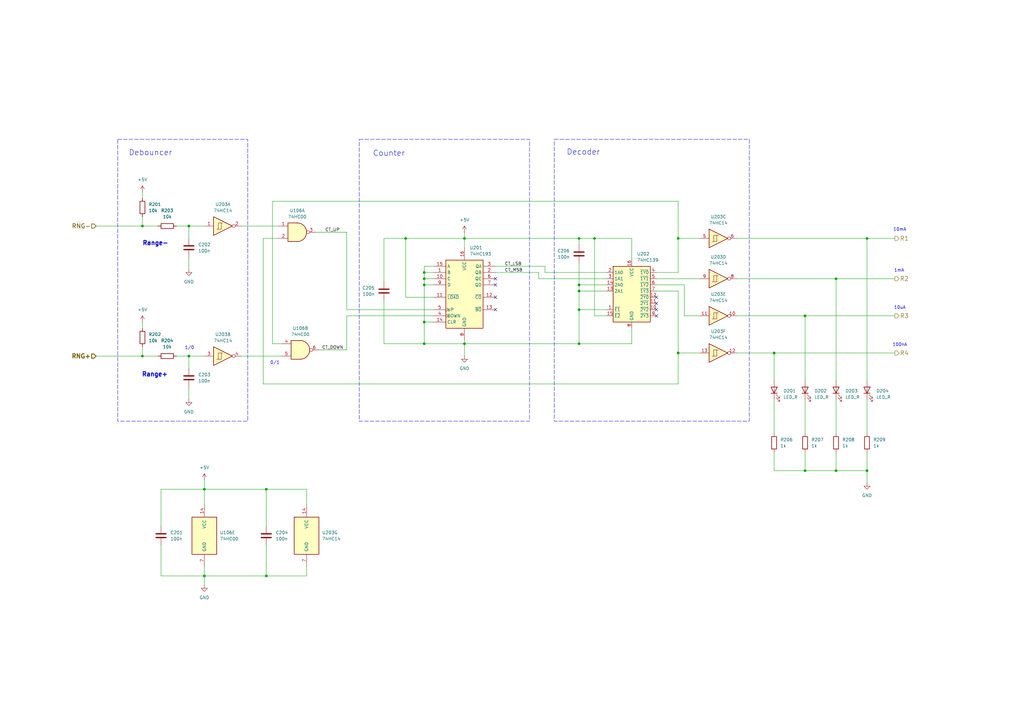
<source format=kicad_sch>
(kicad_sch (version 20250114) (generator "eeschema") (generator_version "9.0")
  (paper "A3")
  (lib_symbols
    (symbol "74xx:74HC00" (pin_names (offset 1.016))
      (property "Reference" "U" (at 0 1.27 0))
      (property "Value" "74HC00" (at 0 -1.27 0))
      (symbol "74HC00_1_1"
        (arc (start 0 3.81) (mid 3.7934 0) (end 0 -3.81) (stroke (width 0.254)) (fill (type background)))
        (polyline (pts (xy 0 3.81) (xy -3.81 3.81) (xy -3.81 -3.81) (xy 0 -3.81)) (stroke (width 0.254)) (fill (type background)))
        (pin input line (at -7.62 2.54 0) (length 3.81) (name "~") (number "1"))
        (pin input line (at -7.62 -2.54 0) (length 3.81) (name "~") (number "2"))
        (pin output inverted (at 7.62 0 180) (length 3.81) (name "~") (number "3"))
      )
      (symbol "74HC00_1_2"
        (arc (start -3.81 3.81) (mid -2.589 0) (end -3.81 -3.81) (stroke (width 0.254)))
        (polyline (pts (xy -3.81 3.81) (xy -0.635 3.81)) (stroke (width 0.254)) (fill (type background)))
        (polyline (pts (xy -3.81 -3.81) (xy -0.635 -3.81)) (stroke (width 0.254)) (fill (type background)))
        (arc (start 3.81 0) (mid 2.1855 -2.584) (end -0.6096 -3.81) (stroke (width 0.254)) (fill (type background)))
        (arc (start -0.6096 3.81) (mid 2.1928 2.5924) (end 3.81 0) (stroke (width 0.254)) (fill (type background)))
        (polyline (pts (xy -0.635 3.81) (xy -3.81 3.81) (xy -3.81 3.81) (xy -3.556 3.4036) (xy -3.0226 2.2606) (xy -2.6924 1.0414) (xy -2.6162 -0.254) (xy -2.7686 -1.4986) (xy -3.175 -2.7178) (xy -3.81 -3.81) (xy -3.81 -3.81) (xy -0.635 -3.81)) (stroke (width -25.4)) (fill (type background)))
        (pin input inverted (at -7.62 2.54 0) (length 4.318) (name "~") (number "1"))
        (pin input inverted (at -7.62 -2.54 0) (length 4.318) (name "~") (number "2"))
        (pin output line (at 7.62 0 180) (length 3.81) (name "~") (number "3"))
      )
      (symbol "74HC00_2_1"
        (arc (start 0 3.81) (mid 3.7934 0) (end 0 -3.81) (stroke (width 0.254)) (fill (type background)))
        (polyline (pts (xy 0 3.81) (xy -3.81 3.81) (xy -3.81 -3.81) (xy 0 -3.81)) (stroke (width 0.254)) (fill (type background)))
        (pin input line (at -7.62 2.54 0) (length 3.81) (name "~") (number "4"))
        (pin input line (at -7.62 -2.54 0) (length 3.81) (name "~") (number "5"))
        (pin output inverted (at 7.62 0 180) (length 3.81) (name "~") (number "6"))
      )
      (symbol "74HC00_2_2"
        (arc (start -3.81 3.81) (mid -2.589 0) (end -3.81 -3.81) (stroke (width 0.254)))
        (polyline (pts (xy -3.81 3.81) (xy -0.635 3.81)) (stroke (width 0.254)) (fill (type background)))
        (polyline (pts (xy -3.81 -3.81) (xy -0.635 -3.81)) (stroke (width 0.254)) (fill (type background)))
        (arc (start 3.81 0) (mid 2.1855 -2.584) (end -0.6096 -3.81) (stroke (width 0.254)) (fill (type background)))
        (arc (start -0.6096 3.81) (mid 2.1928 2.5924) (end 3.81 0) (stroke (width 0.254)) (fill (type background)))
        (polyline (pts (xy -0.635 3.81) (xy -3.81 3.81) (xy -3.81 3.81) (xy -3.556 3.4036) (xy -3.0226 2.2606) (xy -2.6924 1.0414) (xy -2.6162 -0.254) (xy -2.7686 -1.4986) (xy -3.175 -2.7178) (xy -3.81 -3.81) (xy -3.81 -3.81) (xy -0.635 -3.81)) (stroke (width -25.4)) (fill (type background)))
        (pin input inverted (at -7.62 2.54 0) (length 4.318) (name "~") (number "4"))
        (pin input inverted (at -7.62 -2.54 0) (length 4.318) (name "~") (number "5"))
        (pin output line (at 7.62 0 180) (length 3.81) (name "~") (number "6"))
      )
      (symbol "74HC00_3_1"
        (arc (start 0 3.81) (mid 3.7934 0) (end 0 -3.81) (stroke (width 0.254)) (fill (type background)))
        (polyline (pts (xy 0 3.81) (xy -3.81 3.81) (xy -3.81 -3.81) (xy 0 -3.81)) (stroke (width 0.254)) (fill (type background)))
        (pin input line (at -7.62 2.54 0) (length 3.81) (name "~") (number "9"))
        (pin input line (at -7.62 -2.54 0) (length 3.81) (name "~") (number "10"))
        (pin output inverted (at 7.62 0 180) (length 3.81) (name "~") (number "8"))
      )
      (symbol "74HC00_3_2"
        (arc (start -3.81 3.81) (mid -2.589 0) (end -3.81 -3.81) (stroke (width 0.254)))
        (polyline (pts (xy -3.81 3.81) (xy -0.635 3.81)) (stroke (width 0.254)) (fill (type background)))
        (polyline (pts (xy -3.81 -3.81) (xy -0.635 -3.81)) (stroke (width 0.254)) (fill (type background)))
        (arc (start 3.81 0) (mid 2.1855 -2.584) (end -0.6096 -3.81) (stroke (width 0.254)) (fill (type background)))
        (arc (start -0.6096 3.81) (mid 2.1928 2.5924) (end 3.81 0) (stroke (width 0.254)) (fill (type background)))
        (polyline (pts (xy -0.635 3.81) (xy -3.81 3.81) (xy -3.81 3.81) (xy -3.556 3.4036) (xy -3.0226 2.2606) (xy -2.6924 1.0414) (xy -2.6162 -0.254) (xy -2.7686 -1.4986) (xy -3.175 -2.7178) (xy -3.81 -3.81) (xy -3.81 -3.81) (xy -0.635 -3.81)) (stroke (width -25.4)) (fill (type background)))
        (pin input inverted (at -7.62 2.54 0) (length 4.318) (name "~") (number "9"))
        (pin input inverted (at -7.62 -2.54 0) (length 4.318) (name "~") (number "10"))
        (pin output line (at 7.62 0 180) (length 3.81) (name "~") (number "8"))
      )
      (symbol "74HC00_4_1"
        (arc (start 0 3.81) (mid 3.7934 0) (end 0 -3.81) (stroke (width 0.254)) (fill (type background)))
        (polyline (pts (xy 0 3.81) (xy -3.81 3.81) (xy -3.81 -3.81) (xy 0 -3.81)) (stroke (width 0.254)) (fill (type background)))
        (pin input line (at -7.62 2.54 0) (length 3.81) (name "~") (number "12"))
        (pin input line (at -7.62 -2.54 0) (length 3.81) (name "~") (number "13"))
        (pin output inverted (at 7.62 0 180) (length 3.81) (name "~") (number "11"))
      )
      (symbol "74HC00_4_2"
        (arc (start -3.81 3.81) (mid -2.589 0) (end -3.81 -3.81) (stroke (width 0.254)))
        (polyline (pts (xy -3.81 3.81) (xy -0.635 3.81)) (stroke (width 0.254)) (fill (type background)))
        (polyline (pts (xy -3.81 -3.81) (xy -0.635 -3.81)) (stroke (width 0.254)) (fill (type background)))
        (arc (start 3.81 0) (mid 2.1855 -2.584) (end -0.6096 -3.81) (stroke (width 0.254)) (fill (type background)))
        (arc (start -0.6096 3.81) (mid 2.1928 2.5924) (end 3.81 0) (stroke (width 0.254)) (fill (type background)))
        (polyline (pts (xy -0.635 3.81) (xy -3.81 3.81) (xy -3.81 3.81) (xy -3.556 3.4036) (xy -3.0226 2.2606) (xy -2.6924 1.0414) (xy -2.6162 -0.254) (xy -2.7686 -1.4986) (xy -3.175 -2.7178) (xy -3.81 -3.81) (xy -3.81 -3.81) (xy -0.635 -3.81)) (stroke (width -25.4)) (fill (type background)))
        (pin input inverted (at -7.62 2.54 0) (length 4.318) (name "~") (number "12"))
        (pin input inverted (at -7.62 -2.54 0) (length 4.318) (name "~") (number "13"))
        (pin output line (at 7.62 0 180) (length 3.81) (name "~") (number "11"))
      )
      (symbol "74HC00_5_0"
        (pin power_in line (at 0 12.7 270) (length 5.08) (name "VCC") (number "14"))
        (pin power_in line (at 0 -12.7 90) (length 5.08) (name "GND") (number "7"))
      )
      (symbol "74HC00_5_1"
        (rectangle (start -5.08 7.62) (end 5.08 -7.62) (stroke (width 0.254)) (fill (type background)))
      )
    )
    (symbol "74xx:74HC14" (pin_names (offset 1.016))
      (property "Reference" "U" (at 0 1.27 0))
      (property "Value" "74HC14" (at 0 -1.27 0))
      (symbol "74HC14_1_0"
        (polyline (pts (xy -3.81 3.81) (xy -3.81 -3.81) (xy 3.81 0) (xy -3.81 3.81)) (stroke (width 0.254)) (fill (type background)))
        (pin input line (at -7.62 0 0) (length 3.81) (name "~") (number "1"))
        (pin output inverted (at 7.62 0 180) (length 3.81) (name "~") (number "2"))
      )
      (symbol "74HC14_1_1"
        (polyline (pts (xy -2.54 -1.27) (xy -0.635 -1.27) (xy -0.635 1.27) (xy 0 1.27)))
        (polyline (pts (xy -1.905 -1.27) (xy -1.905 1.27) (xy -0.635 1.27)))
      )
      (symbol "74HC14_2_0"
        (polyline (pts (xy -3.81 3.81) (xy -3.81 -3.81) (xy 3.81 0) (xy -3.81 3.81)) (stroke (width 0.254)) (fill (type background)))
        (pin input line (at -7.62 0 0) (length 3.81) (name "~") (number "3"))
        (pin output inverted (at 7.62 0 180) (length 3.81) (name "~") (number "4"))
      )
      (symbol "74HC14_2_1"
        (polyline (pts (xy -2.54 -1.27) (xy -0.635 -1.27) (xy -0.635 1.27) (xy 0 1.27)))
        (polyline (pts (xy -1.905 -1.27) (xy -1.905 1.27) (xy -0.635 1.27)))
      )
      (symbol "74HC14_3_0"
        (polyline (pts (xy -3.81 3.81) (xy -3.81 -3.81) (xy 3.81 0) (xy -3.81 3.81)) (stroke (width 0.254)) (fill (type background)))
        (pin input line (at -7.62 0 0) (length 3.81) (name "~") (number "5"))
        (pin output inverted (at 7.62 0 180) (length 3.81) (name "~") (number "6"))
      )
      (symbol "74HC14_3_1"
        (polyline (pts (xy -2.54 -1.27) (xy -0.635 -1.27) (xy -0.635 1.27) (xy 0 1.27)))
        (polyline (pts (xy -1.905 -1.27) (xy -1.905 1.27) (xy -0.635 1.27)))
      )
      (symbol "74HC14_4_0"
        (polyline (pts (xy -3.81 3.81) (xy -3.81 -3.81) (xy 3.81 0) (xy -3.81 3.81)) (stroke (width 0.254)) (fill (type background)))
        (pin input line (at -7.62 0 0) (length 3.81) (name "~") (number "9"))
        (pin output inverted (at 7.62 0 180) (length 3.81) (name "~") (number "8"))
      )
      (symbol "74HC14_4_1"
        (polyline (pts (xy -2.54 -1.27) (xy -0.635 -1.27) (xy -0.635 1.27) (xy 0 1.27)))
        (polyline (pts (xy -1.905 -1.27) (xy -1.905 1.27) (xy -0.635 1.27)))
      )
      (symbol "74HC14_5_0"
        (polyline (pts (xy -3.81 3.81) (xy -3.81 -3.81) (xy 3.81 0) (xy -3.81 3.81)) (stroke (width 0.254)) (fill (type background)))
        (pin input line (at -7.62 0 0) (length 3.81) (name "~") (number "11"))
        (pin output inverted (at 7.62 0 180) (length 3.81) (name "~") (number "10"))
      )
      (symbol "74HC14_5_1"
        (polyline (pts (xy -2.54 -1.27) (xy -0.635 -1.27) (xy -0.635 1.27) (xy 0 1.27)))
        (polyline (pts (xy -1.905 -1.27) (xy -1.905 1.27) (xy -0.635 1.27)))
      )
      (symbol "74HC14_6_0"
        (polyline (pts (xy -3.81 3.81) (xy -3.81 -3.81) (xy 3.81 0) (xy -3.81 3.81)) (stroke (width 0.254)) (fill (type background)))
        (pin input line (at -7.62 0 0) (length 3.81) (name "~") (number "13"))
        (pin output inverted (at 7.62 0 180) (length 3.81) (name "~") (number "12"))
      )
      (symbol "74HC14_6_1"
        (polyline (pts (xy -2.54 -1.27) (xy -0.635 -1.27) (xy -0.635 1.27) (xy 0 1.27)))
        (polyline (pts (xy -1.905 -1.27) (xy -1.905 1.27) (xy -0.635 1.27)))
      )
      (symbol "74HC14_7_0"
        (pin power_in line (at 0 12.7 270) (length 5.08) (name "VCC") (number "14"))
        (pin power_in line (at 0 -12.7 90) (length 5.08) (name "GND") (number "7"))
      )
      (symbol "74HC14_7_1"
        (rectangle (start -5.08 7.62) (end 5.08 -7.62) (stroke (width 0.254)) (fill (type background)))
      )
    )
    (symbol "74xx:74HC193"
      (property "Reference" "U" (at -7.62 13.97 0))
      (property "Value" "74HC193" (at 5.08 13.97 0))
      (symbol "74HC193_1_0"
        (pin input line (at -12.7 10.16 0) (length 5.08) (name "A") (number "15"))
        (pin input line (at -12.7 7.62 0) (length 5.08) (name "B") (number "1"))
        (pin input line (at -12.7 5.08 0) (length 5.08) (name "C") (number "10"))
        (pin input line (at -12.7 2.54 0) (length 5.08) (name "D") (number "9"))
        (pin input line (at -12.7 -2.54 0) (length 5.08) (name "~{LOAD}") (number "11"))
        (pin input clock (at -12.7 -7.62 0) (length 5.08) (name "UP") (number "5"))
        (pin input clock (at -12.7 -10.16 0) (length 5.08) (name "DOWN") (number "4"))
        (pin input line (at -12.7 -12.7 0) (length 5.08) (name "CLR") (number "14"))
        (pin power_in line (at 0 17.78 270) (length 5.08) (name "VCC") (number "16"))
        (pin power_in line (at 0 -20.32 90) (length 5.08) (name "GND") (number "8"))
        (pin output line (at 12.7 10.16 180) (length 5.08) (name "QA") (number "3"))
        (pin output line (at 12.7 7.62 180) (length 5.08) (name "QB") (number "2"))
        (pin output line (at 12.7 5.08 180) (length 5.08) (name "QC") (number "6"))
        (pin output line (at 12.7 2.54 180) (length 5.08) (name "QD") (number "7"))
        (pin output line (at 12.7 -2.54 180) (length 5.08) (name "~{CO}") (number "12"))
        (pin output line (at 12.7 -7.62 180) (length 5.08) (name "~{BO}") (number "13"))
      )
      (symbol "74HC193_1_1"
        (rectangle (start -7.62 12.7) (end 7.62 -15.24) (stroke (width 0.254)) (fill (type background)))
      )
    )
    (symbol "Device:C" (pin_numbers (hide yes)) (pin_names (offset 0.254))
      (property "Reference" "C" (at 0.635 2.54 0))
      (property "Value" "C" (at 0.635 -2.54 0))
      (symbol "C_0_1"
        (polyline (pts (xy -2.032 0.762) (xy 2.032 0.762)) (stroke (width 0.508)))
        (polyline (pts (xy -2.032 -0.762) (xy 2.032 -0.762)) (stroke (width 0.508)))
      )
      (symbol "C_1_1"
        (pin passive line (at 0 3.81 270) (length 2.794) (name "~") (number "1"))
        (pin passive line (at 0 -3.81 90) (length 2.794) (name "~") (number "2"))
      )
    )
    (symbol "Device:LED" (pin_numbers (hide yes)) (pin_names (offset 1.016) (hide yes))
      (property "Reference" "D" (at 0 2.54 0))
      (property "Value" "LED" (at 0 -2.54 0))
      (symbol "LED_0_1"
        (polyline (pts (xy -3.048 -0.762) (xy -4.572 -2.286) (xy -3.81 -2.286) (xy -4.572 -2.286) (xy -4.572 -1.524)))
        (polyline (pts (xy -1.778 -0.762) (xy -3.302 -2.286) (xy -2.54 -2.286) (xy -3.302 -2.286) (xy -3.302 -1.524)))
        (polyline (pts (xy -1.27 0) (xy 1.27 0)))
        (polyline (pts (xy -1.27 -1.27) (xy -1.27 1.27)) (stroke (width 0.254)))
        (polyline (pts (xy 1.27 -1.27) (xy 1.27 1.27) (xy -1.27 0) (xy 1.27 -1.27)) (stroke (width 0.254)))
      )
      (symbol "LED_1_1"
        (pin passive line (at -3.81 0 0) (length 2.54) (name "K") (number "1"))
        (pin passive line (at 3.81 0 180) (length 2.54) (name "A") (number "2"))
      )
    )
    (symbol "Device:R" (pin_numbers (hide yes)) (pin_names (offset 0))
      (property "Reference" "R" (at 2.032 0 90))
      (property "Value" "R" (at 0 0 90))
      (symbol "R_0_1"
        (rectangle (start -1.016 -2.54) (end 1.016 2.54) (stroke (width 0.254)))
      )
      (symbol "R_1_1"
        (pin passive line (at 0 3.81 270) (length 1.27) (name "~") (number "1"))
        (pin passive line (at 0 -3.81 90) (length 1.27) (name "~") (number "2"))
      )
    )
    (symbol "power:+12V" (power) (pin_numbers (hide yes)) (pin_names (offset 0) (hide yes))
      (property "Value" "+12V" (at 0 3.556 0))
      (symbol "+12V_0_1"
        (polyline (pts (xy -0.762 1.27) (xy 0 2.54)))
        (polyline (pts (xy 0 2.54) (xy 0.762 1.27)))
        (polyline (pts (xy 0 0) (xy 0 2.54)))
      )
      (symbol "+12V_1_1"
        (pin power_in line (at 0 0 90) (length 0) (name "~") (number "1"))
      )
    )
    (symbol "power:GND" (power) (pin_numbers (hide yes)) (pin_names (offset 0) (hide yes))
      (property "Value" "GND" (at 0 -3.81 0))
      (symbol "GND_0_1"
        (polyline (pts (xy 0 0) (xy 0 -1.27) (xy 1.27 -1.27) (xy 0 -2.54) (xy -1.27 -1.27) (xy 0 -1.27)))
      )
      (symbol "GND_1_1"
        (pin power_in line (at 0 0 270) (length 0) (name "~") (number "1"))
      )
    )
    (symbol "w-digital-ic:74HC139"
      (property "Reference" "U" (at 2.54 15.494 0))
      (property "Value" "74HC139" (at 0 0 0))
      (symbol "74HC139_0_1"
        (rectangle (start -7.62 11.43) (end 7.62 -11.43) (stroke (width 0.254)) (fill (type background)))
      )
      (symbol "74HC139_1_1"
        (pin input line (at -10.16 8.89 0) (length 2.54) (name "1A0") (number "2"))
        (pin input line (at -10.16 6.35 0) (length 2.54) (name "1A1") (number "3"))
        (pin input line (at -10.16 3.81 0) (length 2.54) (name "2A0") (number "14"))
        (pin input line (at -10.16 1.27 0) (length 2.54) (name "2A1") (number "13"))
        (pin input line (at -10.16 -6.35 0) (length 2.54) (name "~{E1}") (number "1"))
        (pin input line (at -10.16 -8.89 0) (length 2.54) (name "~{E2}") (number "15"))
        (pin power_in line (at 0 13.97 270) (length 2.54) (name "VCC") (number "16"))
        (pin power_in line (at 0 -13.97 90) (length 2.54) (name "GND") (number "8"))
        (pin output line (at 10.16 8.89 180) (length 2.54) (name "~{1Y0}") (number "4"))
        (pin output line (at 10.16 6.35 180) (length 2.54) (name "~{1Y1}") (number "5"))
        (pin output line (at 10.16 3.81 180) (length 2.54) (name "~{1Y2}") (number "6"))
        (pin output line (at 10.16 1.27 180) (length 2.54) (name "~{1Y3}") (number "7"))
        (pin output line (at 10.16 -1.27 180) (length 2.54) (name "~{2Y0}") (number "12"))
        (pin output line (at 10.16 -3.81 180) (length 2.54) (name "~{2Y1}") (number "11"))
        (pin output line (at 10.16 -6.35 180) (length 2.54) (name "~{2Y2}") (number "10"))
        (pin output line (at 10.16 -8.89 180) (length 2.54) (name "~{2Y3}") (number "9"))
      )
    )
  )
  (rectangle (start 227.33 57.15) (end 307.34 172.72) (stroke (width 0) (type dash)))
  (rectangle (start 48.26 57.15) (end 101.6 172.72) (stroke (width 0) (type dash)))
  (rectangle (start 147.32 57.15) (end 217.17 172.72) (stroke (width 0) (type dash)))
  (text "Decoder" (at 239.268 62.484 0) (effects (font (size 2.27 2.27))))
  (text "Counter" (at 159.512 62.992 0) (effects (font (size 2.27 2.27))))
  (text "1/0" (at 77.724 142.748 0) (effects (font (size 1.27 1.27))))
  (text "Range-" (at 63.754 99.822 0) (effects (font (size 1.778 1.778) (thickness 0.3556) (bold yes))))
  (text "10mA" (at 369.062 94.234 0) (effects (font (size 1.27 1.27))))
  (text "Range+" (at 63.5 153.67 0) (effects (font (size 1.778 1.778) (thickness 0.3556) (bold yes))))
  (text "0/1" (at 112.776 148.844 0) (effects (font (size 1.27 1.27))))
  (text "1mA" (at 368.808 110.998 0) (effects (font (size 1.27 1.27))))
  (text "10uA" (at 369.062 126.238 0) (effects (font (size 1.27 1.27))))
  (text "Debouncer" (at 61.722 62.738 0) (effects (font (size 2.27 2.27))))
  (text "100nA" (at 369.062 141.478 0) (effects (font (size 1.27 1.27))))
  (junction (at 237.49 97.79))
  (junction (at 173.99 116.84))
  (junction (at 330.2 129.54))
  (junction (at 278.13 144.78))
  (junction (at 77.47 92.71))
  (junction (at 237.49 119.38))
  (junction (at 243.84 97.79))
  (junction (at 77.47 146.05))
  (junction (at 173.99 114.3))
  (junction (at 278.13 97.79))
  (junction (at 58.42 146.05))
  (junction (at 83.82 236.22))
  (junction (at 173.99 132.08))
  (junction (at 342.9 193.04))
  (junction (at 190.5 140.97))
  (junction (at 173.99 140.97))
  (junction (at 342.9 114.3))
  (junction (at 83.82 200.66))
  (junction (at 355.6 97.79))
  (junction (at 237.49 140.97))
  (junction (at 166.37 97.79))
  (junction (at 317.5 144.78))
  (junction (at 330.2 193.04))
  (junction (at 190.5 97.79))
  (junction (at 237.49 127))
  (junction (at 58.42 92.71))
  (junction (at 237.49 116.84))
  (junction (at 173.99 111.76))
  (junction (at 355.6 193.04))
  (junction (at 109.22 236.22))
  (junction (at 109.22 200.66))
  (no_connect (at 269.24 124.46))
  (no_connect (at 203.2 127))
  (no_connect (at 269.24 121.92))
  (no_connect (at 203.2 114.3))
  (no_connect (at 269.24 129.54))
  (no_connect (at 203.2 116.84))
  (no_connect (at 269.24 127))
  (no_connect (at 203.2 121.92))
  (wire (pts (xy 142.24 129.54) (xy 177.8 129.54)))
  (wire (pts (xy 64.77 92.71) (xy 58.42 92.71)))
  (wire (pts (xy 64.77 146.05) (xy 58.42 146.05)))
  (wire (pts (xy 173.99 140.97) (xy 157.48 140.97)))
  (wire (pts (xy 173.99 114.3) (xy 173.99 116.84)))
  (wire (pts (xy 83.82 200.66) (xy 109.22 200.66)))
  (wire (pts (xy 166.37 97.79) (xy 166.37 121.92)))
  (wire (pts (xy 317.5 144.78) (xy 317.5 156.21)))
  (wire (pts (xy 109.22 200.66) (xy 109.22 215.9)))
  (wire (pts (xy 83.82 200.66) (xy 83.82 207.01)))
  (wire (pts (xy 237.49 140.97) (xy 259.08 140.97)))
  (wire (pts (xy 317.5 144.78) (xy 367.03 144.78)))
  (wire (pts (xy 330.2 163.83) (xy 330.2 177.8)))
  (wire (pts (xy 58.42 142.24) (xy 58.42 146.05)))
  (wire (pts (xy 115.57 140.97) (xy 111.76 140.97)))
  (wire (pts (xy 342.9 114.3) (xy 302.26 114.3)))
  (wire (pts (xy 77.47 105.41) (xy 77.47 110.49)))
  (wire (pts (xy 269.24 114.3) (xy 287.02 114.3)))
  (wire (pts (xy 107.95 157.48) (xy 278.13 157.48)))
  (wire (pts (xy 107.95 97.79) (xy 107.95 157.48)))
  (wire (pts (xy 278.13 97.79) (xy 287.02 97.79)))
  (wire (pts (xy 109.22 236.22) (xy 125.73 236.22)))
  (wire (pts (xy 269.24 119.38) (xy 278.13 119.38)))
  (wire (pts (xy 72.39 92.71) (xy 77.47 92.71)))
  (wire (pts (xy 77.47 146.05) (xy 83.82 146.05)))
  (wire (pts (xy 259.08 97.79) (xy 259.08 106.68)))
  (wire (pts (xy 99.06 92.71) (xy 114.3 92.71)))
  (wire (pts (xy 173.99 132.08) (xy 173.99 140.97)))
  (wire (pts (xy 72.39 146.05) (xy 77.47 146.05)))
  (wire (pts (xy 111.76 82.55) (xy 278.13 82.55)))
  (wire (pts (xy 269.24 111.76) (xy 278.13 111.76)))
  (wire (pts (xy 173.99 109.22) (xy 177.8 109.22)))
  (wire (pts (xy 342.9 185.42) (xy 342.9 193.04)))
  (wire (pts (xy 280.67 129.54) (xy 287.02 129.54)))
  (wire (pts (xy 142.24 127) (xy 177.8 127)))
  (wire (pts (xy 39.37 146.05) (xy 58.42 146.05)))
  (wire (pts (xy 190.5 97.79) (xy 190.5 101.6)))
  (wire (pts (xy 190.5 139.7) (xy 190.5 140.97)))
  (wire (pts (xy 99.06 146.05) (xy 115.57 146.05)))
  (wire (pts (xy 109.22 200.66) (xy 125.73 200.66)))
  (wire (pts (xy 237.49 127) (xy 237.49 140.97)))
  (wire (pts (xy 173.99 116.84) (xy 173.99 132.08)))
  (wire (pts (xy 114.3 97.79) (xy 107.95 97.79)))
  (wire (pts (xy 77.47 151.13) (xy 77.47 146.05)))
  (wire (pts (xy 173.99 116.84) (xy 177.8 116.84)))
  (wire (pts (xy 367.03 97.79) (xy 355.6 97.79)))
  (wire (pts (xy 237.49 116.84) (xy 237.49 119.38)))
  (wire (pts (xy 278.13 144.78) (xy 278.13 157.48)))
  (wire (pts (xy 248.92 116.84) (xy 237.49 116.84)))
  (wire (pts (xy 243.84 129.54) (xy 243.84 97.79)))
  (wire (pts (xy 355.6 163.83) (xy 355.6 177.8)))
  (wire (pts (xy 342.9 193.04) (xy 330.2 193.04)))
  (wire (pts (xy 142.24 143.51) (xy 142.24 129.54)))
  (wire (pts (xy 220.98 111.76) (xy 220.98 114.3)))
  (wire (pts (xy 259.08 134.62) (xy 259.08 140.97)))
  (wire (pts (xy 129.54 95.25) (xy 142.24 95.25)))
  (wire (pts (xy 355.6 193.04) (xy 355.6 198.12)))
  (wire (pts (xy 66.04 223.52) (xy 66.04 236.22)))
  (wire (pts (xy 173.99 132.08) (xy 177.8 132.08)))
  (wire (pts (xy 317.5 163.83) (xy 317.5 177.8)))
  (wire (pts (xy 203.2 109.22) (xy 223.52 109.22)))
  (wire (pts (xy 130.81 143.51) (xy 142.24 143.51)))
  (wire (pts (xy 203.2 111.76) (xy 220.98 111.76)))
  (wire (pts (xy 278.13 111.76) (xy 278.13 97.79)))
  (wire (pts (xy 237.49 97.79) (xy 237.49 100.33)))
  (wire (pts (xy 157.48 115.57) (xy 157.48 97.79)))
  (wire (pts (xy 355.6 185.42) (xy 355.6 193.04)))
  (wire (pts (xy 111.76 140.97) (xy 111.76 82.55)))
  (wire (pts (xy 280.67 116.84) (xy 280.67 129.54)))
  (wire (pts (xy 367.03 129.54) (xy 330.2 129.54)))
  (wire (pts (xy 66.04 200.66) (xy 83.82 200.66)))
  (wire (pts (xy 367.03 114.3) (xy 342.9 114.3)))
  (wire (pts (xy 77.47 92.71) (xy 83.82 92.71)))
  (wire (pts (xy 66.04 236.22) (xy 83.82 236.22)))
  (wire (pts (xy 190.5 140.97) (xy 190.5 146.05)))
  (wire (pts (xy 125.73 236.22) (xy 125.73 232.41)))
  (wire (pts (xy 166.37 97.79) (xy 190.5 97.79)))
  (wire (pts (xy 248.92 129.54) (xy 243.84 129.54)))
  (wire (pts (xy 190.5 140.97) (xy 237.49 140.97)))
  (wire (pts (xy 173.99 114.3) (xy 177.8 114.3)))
  (wire (pts (xy 355.6 97.79) (xy 355.6 156.21)))
  (wire (pts (xy 237.49 107.95) (xy 237.49 116.84)))
  (wire (pts (xy 237.49 127) (xy 248.92 127)))
  (wire (pts (xy 278.13 82.55) (xy 278.13 97.79)))
  (wire (pts (xy 190.5 95.25) (xy 190.5 97.79)))
  (wire (pts (xy 109.22 223.52) (xy 109.22 236.22)))
  (wire (pts (xy 237.49 119.38) (xy 237.49 127)))
  (wire (pts (xy 173.99 111.76) (xy 173.99 114.3)))
  (wire (pts (xy 237.49 97.79) (xy 243.84 97.79)))
  (wire (pts (xy 58.42 78.74) (xy 58.42 81.28)))
  (wire (pts (xy 330.2 129.54) (xy 302.26 129.54)))
  (wire (pts (xy 173.99 109.22) (xy 173.99 111.76)))
  (wire (pts (xy 83.82 236.22) (xy 83.82 240.03)))
  (wire (pts (xy 302.26 144.78) (xy 317.5 144.78)))
  (wire (pts (xy 342.9 114.3) (xy 342.9 156.21)))
  (wire (pts (xy 237.49 119.38) (xy 248.92 119.38)))
  (wire (pts (xy 223.52 109.22) (xy 223.52 111.76)))
  (wire (pts (xy 278.13 119.38) (xy 278.13 144.78)))
  (wire (pts (xy 269.24 116.84) (xy 280.67 116.84)))
  (wire (pts (xy 157.48 140.97) (xy 157.48 123.19)))
  (wire (pts (xy 83.82 232.41) (xy 83.82 236.22)))
  (wire (pts (xy 220.98 114.3) (xy 248.92 114.3)))
  (wire (pts (xy 58.42 132.08) (xy 58.42 134.62)))
  (wire (pts (xy 243.84 97.79) (xy 259.08 97.79)))
  (wire (pts (xy 125.73 200.66) (xy 125.73 207.01)))
  (wire (pts (xy 66.04 215.9) (xy 66.04 200.66)))
  (wire (pts (xy 77.47 97.79) (xy 77.47 92.71)))
  (wire (pts (xy 330.2 129.54) (xy 330.2 156.21)))
  (wire (pts (xy 83.82 196.85) (xy 83.82 200.66)))
  (wire (pts (xy 330.2 193.04) (xy 317.5 193.04)))
  (wire (pts (xy 142.24 95.25) (xy 142.24 127)))
  (wire (pts (xy 342.9 163.83) (xy 342.9 177.8)))
  (wire (pts (xy 77.47 158.75) (xy 77.47 163.83)))
  (wire (pts (xy 58.42 88.9) (xy 58.42 92.71)))
  (wire (pts (xy 317.5 185.42) (xy 317.5 193.04)))
  (wire (pts (xy 177.8 121.92) (xy 166.37 121.92)))
  (wire (pts (xy 173.99 140.97) (xy 190.5 140.97)))
  (wire (pts (xy 190.5 97.79) (xy 237.49 97.79)))
  (wire (pts (xy 302.26 97.79) (xy 355.6 97.79)))
  (wire (pts (xy 278.13 144.78) (xy 287.02 144.78)))
  (wire (pts (xy 83.82 236.22) (xy 109.22 236.22)))
  (wire (pts (xy 157.48 97.79) (xy 166.37 97.79)))
  (wire (pts (xy 330.2 185.42) (xy 330.2 193.04)))
  (wire (pts (xy 223.52 111.76) (xy 248.92 111.76)))
  (wire (pts (xy 355.6 193.04) (xy 342.9 193.04)))
  (wire (pts (xy 173.99 111.76) (xy 177.8 111.76)))
  (wire (pts (xy 39.37 92.71) (xy 58.42 92.71)))
  (label "CT_DOWN" (at 132.08 143.51 0))
  (label "CT_UP" (at 133.35 95.25 0))
  (label "CT_LSB" (at 207.01 109.22 0))
  (label "CT_MSB" (at 207.01 111.76 0))
  (hierarchical_label "R2" (shape output) (at 367.03 114.3 0) (effects (font (size 1.778 1.778))))
  (hierarchical_label "R4" (shape output) (at 367.03 144.78 0) (effects (font (size 1.778 1.778))))
  (hierarchical_label "R3" (shape output) (at 367.03 129.54 0) (effects (font (size 1.778 1.778))))
  (hierarchical_label "RNG+" (shape input) (at 39.37 146.05 180) (effects (font (size 1.778 1.778) (thickness 0.3556) (bold yes))))
  (hierarchical_label "RNG-" (shape input) (at 39.37 92.71 180) (effects (font (size 1.778 1.778) (thickness 0.254) (bold yes))))
  (hierarchical_label "R1" (shape output) (at 367.03 97.79 0) (effects (font (size 1.778 1.778))))
  (symbol (lib_id "Device:LED") (at 342.9 160.02 90) (unit 1)
    (property "Reference" "D203" (at 346.71 160.3374 90) (effects (justify right)))
    (property "Value" "LED_R" (at 346.71 162.8774 90) (effects (justify right)))
    (property "Footprint" "LED_THT:LED_D3.0mm" (effects (hide yes)))
    (property "Description" "Light emitting diode" (effects (hide yes)))
    (property "Sim.Pins" "1=K 2=A" (effects (hide yes)))
  )
  (symbol (lib_id "74xx:74HC14") (at 294.64 129.54 0) (unit 5)
    (property "Reference" "U203" (at 294.64 120.65 0))
    (property "Value" "74HC14" (at 294.64 123.19 0))
    (property "Footprint" "w-ic:SOIC-14 3.9x8.6mm P1.27mm" (effects (hide yes)))
    (property "Datasheet" "http://www.ti.com/lit/gpn/sn74HC14" (effects (hide yes)))
    (property "Description" "Hex inverter schmitt trigger" (effects (hide yes)))
  )
  (symbol (lib_id "Device:R") (at 355.6 181.61 0) (unit 1)
    (property "Reference" "R209" (at 358.14 180.3399 0) (effects (justify left)))
    (property "Value" "1k" (at 358.14 182.8799 0) (effects (justify left)))
    (property "Footprint" "Resistor_SMD:R_0603_1608Metric" (effects (hide yes)))
    (property "Description" "Resistor" (effects (hide yes)))
  )
  (symbol (lib_id "Device:C") (at 66.04 219.71 0) (unit 1)
    (property "Reference" "C201" (at 69.85 218.4399 0) (effects (justify left)))
    (property "Value" "100n" (at 69.85 220.9799 0) (effects (justify left)))
    (property "Footprint" "Capacitor_SMD:C_0603_1608Metric" (effects (hide yes)))
    (property "Description" "Unpolarized capacitor" (effects (hide yes)))
  )
  (symbol (lib_id "power:GND") (at 83.82 240.03 0) (unit 1)
    (property "Reference" "#PWR0206" (effects (hide yes)))
    (property "Value" "GND" (at 83.82 245.11 0))
    (property "Description" "Power symbol creates a global label with name \"GND\" , ground" (effects (hide yes)))
  )
  (symbol (lib_id "Device:LED") (at 317.5 160.02 90) (unit 1)
    (property "Reference" "D201" (at 321.31 160.3374 90) (effects (justify right)))
    (property "Value" "LED_R" (at 321.31 162.8774 90) (effects (justify right)))
    (property "Footprint" "LED_THT:LED_D3.0mm" (effects (hide yes)))
    (property "Description" "Light emitting diode" (effects (hide yes)))
    (property "Sim.Pins" "1=K 2=A" (effects (hide yes)))
  )
  (symbol (lib_id "Device:R") (at 68.58 92.71 90) (unit 1)
    (property "Reference" "R203" (at 68.58 86.36 90))
    (property "Value" "10k" (at 68.58 88.9 90))
    (property "Footprint" "Resistor_SMD:R_0603_1608Metric" (effects (hide yes)))
    (property "Description" "Resistor" (effects (hide yes)))
  )
  (symbol (lib_id "74xx:74HC00") (at 121.92 95.25 0) (unit 1)
    (property "Reference" "U106" (at 121.9117 86.36 0))
    (property "Value" "74HC00" (at 121.9117 88.9 0))
    (property "Footprint" "w-ic:SOIC-14 3.9x8.6mm P1.27mm" (effects (hide yes)))
    (property "Datasheet" "http://www.ti.com/lit/gpn/sn74hc00" (effects (hide yes)))
    (property "Description" "quad 2-input NAND gate" (effects (hide yes)))
  )
  (symbol (lib_id "74xx:74HC00") (at 123.19 143.51 0) (unit 2)
    (property "Reference" "U106" (at 123.1817 134.62 0))
    (property "Value" "74HC00" (at 123.1817 137.16 0))
    (property "Footprint" "w-ic:SOIC-14 3.9x8.6mm P1.27mm" (effects (hide yes)))
    (property "Datasheet" "http://www.ti.com/lit/gpn/sn74hc00" (effects (hide yes)))
    (property "Description" "quad 2-input NAND gate" (effects (hide yes)))
  )
  (symbol (lib_id "Device:C") (at 157.48 119.38 0) (mirror y) (unit 1)
    (property "Reference" "C205" (at 153.67 118.1099 0) (effects (justify left)))
    (property "Value" "100n" (at 153.67 120.6499 0) (effects (justify left)))
    (property "Footprint" "Capacitor_SMD:C_0603_1608Metric" (effects (hide yes)))
    (property "Description" "Unpolarized capacitor" (effects (hide yes)))
  )
  (symbol (lib_id "Device:R") (at 58.42 138.43 0) (unit 1)
    (property "Reference" "R202" (at 60.96 137.1599 0) (effects (justify left)))
    (property "Value" "10k" (at 60.96 139.6999 0) (effects (justify left)))
    (property "Footprint" "Resistor_SMD:R_0603_1608Metric" (effects (hide yes)))
    (property "Description" "Resistor" (effects (hide yes)))
  )
  (symbol (lib_id "Device:C") (at 237.49 104.14 0) (mirror y) (unit 1)
    (property "Reference" "C206" (at 233.68 102.8699 0) (effects (justify left)))
    (property "Value" "100n" (at 233.68 105.4099 0) (effects (justify left)))
    (property "Footprint" "Capacitor_SMD:C_0603_1608Metric" (effects (hide yes)))
    (property "Description" "Unpolarized capacitor" (effects (hide yes)))
  )
  (symbol (lib_id "power:+12V") (at 190.5 95.25 0) (unit 1)
    (property "Reference" "#PWR0208" (effects (hide yes)))
    (property "Value" "+5V" (at 190.5 90.17 0))
    (property "Description" "Power symbol creates a global label with name \"+12V\"" (effects (hide yes)))
  )
  (symbol (lib_id "Device:C") (at 77.47 101.6 0) (unit 1)
    (property "Reference" "C202" (at 81.28 100.3299 0) (effects (justify left)))
    (property "Value" "100n" (at 81.28 102.8699 0) (effects (justify left)))
    (property "Footprint" "Capacitor_SMD:C_0603_1608Metric" (effects (hide yes)))
    (property "Description" "Unpolarized capacitor" (effects (hide yes)))
  )
  (symbol (lib_id "power:+12V") (at 58.42 78.74 0) (unit 1)
    (property "Reference" "#PWR0201" (effects (hide yes)))
    (property "Value" "+5V" (at 58.42 73.66 0))
    (property "Description" "Power symbol creates a global label with name \"+12V\"" (effects (hide yes)))
  )
  (symbol (lib_id "74xx:74HC14") (at 91.44 146.05 0) (unit 2)
    (property "Reference" "U203" (at 91.44 137.16 0))
    (property "Value" "74HC14" (at 91.44 139.7 0))
    (property "Footprint" "w-ic:SOIC-14 3.9x8.6mm P1.27mm" (effects (hide yes)))
    (property "Datasheet" "http://www.ti.com/lit/gpn/sn74HC14" (effects (hide yes)))
    (property "Description" "Hex inverter schmitt trigger" (effects (hide yes)))
  )
  (symbol (lib_id "74xx:74HC00") (at 83.82 219.71 0) (unit 5)
    (property "Reference" "U106" (at 90.17 218.4399 0) (effects (justify left)))
    (property "Value" "74HC00" (at 90.17 220.9799 0) (effects (justify left)))
    (property "Footprint" "w-ic:SOIC-14 3.9x8.6mm P1.27mm" (effects (hide yes)))
    (property "Datasheet" "http://www.ti.com/lit/gpn/sn74hc00" (effects (hide yes)))
    (property "Description" "quad 2-input NAND gate" (effects (hide yes)))
  )
  (symbol (lib_id "Device:R") (at 58.42 85.09 0) (unit 1)
    (property "Reference" "R201" (at 60.96 83.8199 0) (effects (justify left)))
    (property "Value" "10k" (at 60.96 86.3599 0) (effects (justify left)))
    (property "Footprint" "Resistor_SMD:R_0603_1608Metric" (effects (hide yes)))
    (property "Description" "Resistor" (effects (hide yes)))
  )
  (symbol (lib_id "74xx:74HC14") (at 294.64 114.3 0) (unit 4)
    (property "Reference" "U203" (at 294.64 105.41 0))
    (property "Value" "74HC14" (at 294.64 107.95 0))
    (property "Footprint" "w-ic:SOIC-14 3.9x8.6mm P1.27mm" (effects (hide yes)))
    (property "Datasheet" "http://www.ti.com/lit/gpn/sn74HC14" (effects (hide yes)))
    (property "Description" "Hex inverter schmitt trigger" (effects (hide yes)))
  )
  (symbol (lib_id "74xx:74HC193") (at 190.5 119.38 0) (unit 1)
    (property "Reference" "U201" (at 192.6433 101.6 0) (effects (justify left)))
    (property "Value" "74HC193" (at 192.6433 104.14 0) (effects (justify left)))
    (property "Footprint" "w-ic:SOIC-16 3.9x9.9mm P1.27mm" (effects (hide yes)))
    (property "Datasheet" "https://assets.nexperia.com/documents/data-sheet/74HC_HCT193.pdf" (effects (hide yes)))
    (property "Description" "Synchronous 4-bit Up/Down (2 clk) counter" (effects (hide yes)))
  )
  (symbol (lib_id "Device:R") (at 317.5 181.61 0) (unit 1)
    (property "Reference" "R206" (at 320.04 180.3399 0) (effects (justify left)))
    (property "Value" "1k" (at 320.04 182.8799 0) (effects (justify left)))
    (property "Footprint" "Resistor_SMD:R_0603_1608Metric" (effects (hide yes)))
    (property "Description" "Resistor" (effects (hide yes)))
  )
  (symbol (lib_id "Device:C") (at 109.22 219.71 0) (unit 1)
    (property "Reference" "C204" (at 113.03 218.4399 0) (effects (justify left)))
    (property "Value" "100n" (at 113.03 220.9799 0) (effects (justify left)))
    (property "Footprint" "Capacitor_SMD:C_0603_1608Metric" (effects (hide yes)))
    (property "Description" "Unpolarized capacitor" (effects (hide yes)))
  )
  (symbol (lib_id "power:GND") (at 77.47 110.49 0) (unit 1)
    (property "Reference" "#PWR0203" (effects (hide yes)))
    (property "Value" "GND" (at 77.47 115.57 0))
    (property "Description" "Power symbol creates a global label with name \"GND\" , ground" (effects (hide yes)))
  )
  (symbol (lib_id "w-digital-ic:74HC139") (at 259.08 120.65 0) (unit 1)
    (property "Reference" "U202" (at 261.2233 104.14 0) (effects (justify left)))
    (property "Value" "74HC139" (at 261.2233 106.68 0) (effects (justify left)))
    (property "Footprint" "w-ic:SOIC-16 3.9x9.9mm P1.27mm" (effects (hide yes)))
    (property "Datasheet" "https://assets.nexperia.com/documents/data-sheet/74HC_HCT139.pdf" (effects (hide yes)))
    (property "Description" "Dual 2-to-4 line decoder/demultiplexer" (effects (hide yes)))
  )
  (symbol (lib_id "power:GND") (at 355.6 198.12 0) (unit 1)
    (property "Reference" "#PWR0210" (effects (hide yes)))
    (property "Value" "GND" (at 355.6 203.2 0))
    (property "Description" "Power symbol creates a global label with name \"GND\" , ground" (effects (hide yes)))
  )
  (symbol (lib_id "Device:R") (at 330.2 181.61 0) (unit 1)
    (property "Reference" "R207" (at 332.74 180.3399 0) (effects (justify left)))
    (property "Value" "1k" (at 332.74 182.8799 0) (effects (justify left)))
    (property "Footprint" "Resistor_SMD:R_0603_1608Metric" (effects (hide yes)))
    (property "Description" "Resistor" (effects (hide yes)))
  )
  (symbol (lib_id "74xx:74HC14") (at 294.64 144.78 0) (unit 6)
    (property "Reference" "U203" (at 294.64 135.89 0))
    (property "Value" "74HC14" (at 294.64 138.43 0))
    (property "Footprint" "w-ic:SOIC-14 3.9x8.6mm P1.27mm" (effects (hide yes)))
    (property "Datasheet" "http://www.ti.com/lit/gpn/sn74HC14" (effects (hide yes)))
    (property "Description" "Hex inverter schmitt trigger" (effects (hide yes)))
  )
  (symbol (lib_id "Device:C") (at 77.47 154.94 0) (unit 1)
    (property "Reference" "C203" (at 81.28 153.6699 0) (effects (justify left)))
    (property "Value" "100n" (at 81.28 156.2099 0) (effects (justify left)))
    (property "Footprint" "Capacitor_SMD:C_0603_1608Metric" (effects (hide yes)))
    (property "Description" "Unpolarized capacitor" (effects (hide yes)))
  )
  (symbol (lib_id "power:+12V") (at 58.42 132.08 0) (unit 1)
    (property "Reference" "#PWR0202" (effects (hide yes)))
    (property "Value" "+5V" (at 58.42 127 0))
    (property "Description" "Power symbol creates a global label with name \"+12V\"" (effects (hide yes)))
  )
  (symbol (lib_id "74xx:74HC14") (at 91.44 92.71 0) (unit 1)
    (property "Reference" "U203" (at 91.44 83.82 0))
    (property "Value" "74HC14" (at 91.44 86.36 0))
    (property "Footprint" "w-ic:SOIC-14 3.9x8.6mm P1.27mm" (effects (hide yes)))
    (property "Datasheet" "http://www.ti.com/lit/gpn/sn74HC14" (effects (hide yes)))
    (property "Description" "Hex inverter schmitt trigger" (effects (hide yes)))
  )
  (symbol (lib_id "74xx:74HC14") (at 294.64 97.79 0) (unit 3)
    (property "Reference" "U203" (at 294.64 88.9 0))
    (property "Value" "74HC14" (at 294.64 91.44 0))
    (property "Footprint" "w-ic:SOIC-14 3.9x8.6mm P1.27mm" (effects (hide yes)))
    (property "Datasheet" "http://www.ti.com/lit/gpn/sn74HC14" (effects (hide yes)))
    (property "Description" "Hex inverter schmitt trigger" (effects (hide yes)))
  )
  (symbol (lib_id "Device:LED") (at 330.2 160.02 90) (unit 1)
    (property "Reference" "D202" (at 334.01 160.3374 90) (effects (justify right)))
    (property "Value" "LED_R" (at 334.01 162.8774 90) (effects (justify right)))
    (property "Footprint" "LED_THT:LED_D3.0mm" (effects (hide yes)))
    (property "Description" "Light emitting diode" (effects (hide yes)))
    (property "Sim.Pins" "1=K 2=A" (effects (hide yes)))
  )
  (symbol (lib_id "Device:R") (at 68.58 146.05 90) (unit 1)
    (property "Reference" "R204" (at 68.58 139.7 90))
    (property "Value" "10k" (at 68.58 142.24 90))
    (property "Footprint" "Resistor_SMD:R_0603_1608Metric" (effects (hide yes)))
    (property "Description" "Resistor" (effects (hide yes)))
  )
  (symbol (lib_id "power:+12V") (at 83.82 196.85 0) (unit 1)
    (property "Reference" "#PWR0205" (effects (hide yes)))
    (property "Value" "+5V" (at 83.82 191.77 0))
    (property "Description" "Power symbol creates a global label with name \"+12V\"" (effects (hide yes)))
  )
  (symbol (lib_id "Device:R") (at 342.9 181.61 0) (unit 1)
    (property "Reference" "R208" (at 345.44 180.3399 0) (effects (justify left)))
    (property "Value" "1k" (at 345.44 182.8799 0) (effects (justify left)))
    (property "Footprint" "Resistor_SMD:R_0603_1608Metric" (effects (hide yes)))
    (property "Description" "Resistor" (effects (hide yes)))
  )
  (symbol (lib_id "74xx:74HC14") (at 125.73 219.71 0) (unit 7)
    (property "Reference" "U203" (at 132.08 218.4399 0) (effects (justify left)))
    (property "Value" "74HC14" (at 132.08 220.9799 0) (effects (justify left)))
    (property "Footprint" "w-ic:SOIC-14 3.9x8.6mm P1.27mm" (effects (hide yes)))
    (property "Datasheet" "http://www.ti.com/lit/gpn/sn74HC14" (effects (hide yes)))
    (property "Description" "Hex inverter schmitt trigger" (effects (hide yes)))
  )
  (symbol (lib_id "power:GND") (at 77.47 163.83 0) (unit 1)
    (property "Reference" "#PWR0204" (effects (hide yes)))
    (property "Value" "GND" (at 77.47 168.91 0))
    (property "Description" "Power symbol creates a global label with name \"GND\" , ground" (effects (hide yes)))
  )
  (symbol (lib_id "power:GND") (at 190.5 146.05 0) (unit 1)
    (property "Reference" "#PWR0209" (effects (hide yes)))
    (property "Value" "GND" (at 190.5 151.13 0))
    (property "Description" "Power symbol creates a global label with name \"GND\" , ground" (effects (hide yes)))
  )
  (symbol (lib_id "Device:LED") (at 355.6 160.02 90) (unit 1)
    (property "Reference" "D204" (at 359.41 160.3374 90) (effects (justify right)))
    (property "Value" "LED_R" (at 359.41 162.8774 90) (effects (justify right)))
    (property "Footprint" "LED_THT:LED_D3.0mm" (effects (hide yes)))
    (property "Description" "Light emitting diode" (effects (hide yes)))
    (property "Sim.Pins" "1=K 2=A" (effects (hide yes)))
  )
)
</source>
